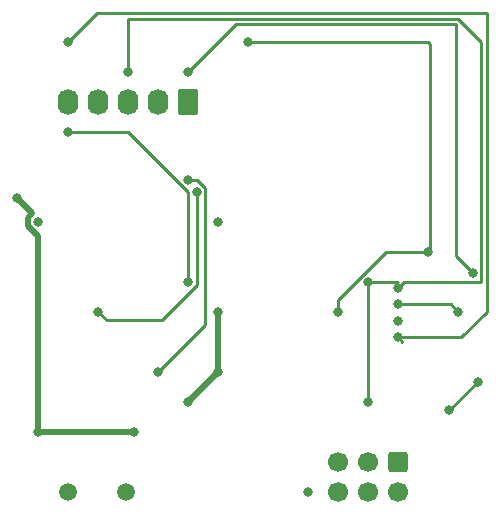
<source format=gbr>
G04 #@! TF.GenerationSoftware,KiCad,Pcbnew,7.0.10*
G04 #@! TF.CreationDate,2024-04-04T22:50:49-05:00*
G04 #@! TF.ProjectId,keychain,6b657963-6861-4696-9e2e-6b696361645f,rev?*
G04 #@! TF.SameCoordinates,Original*
G04 #@! TF.FileFunction,Copper,L2,Bot*
G04 #@! TF.FilePolarity,Positive*
%FSLAX46Y46*%
G04 Gerber Fmt 4.6, Leading zero omitted, Abs format (unit mm)*
G04 Created by KiCad (PCBNEW 7.0.10) date 2024-04-04 22:50:49*
%MOMM*%
%LPD*%
G01*
G04 APERTURE LIST*
G04 Aperture macros list*
%AMRoundRect*
0 Rectangle with rounded corners*
0 $1 Rounding radius*
0 $2 $3 $4 $5 $6 $7 $8 $9 X,Y pos of 4 corners*
0 Add a 4 corners polygon primitive as box body*
4,1,4,$2,$3,$4,$5,$6,$7,$8,$9,$2,$3,0*
0 Add four circle primitives for the rounded corners*
1,1,$1+$1,$2,$3*
1,1,$1+$1,$4,$5*
1,1,$1+$1,$6,$7*
1,1,$1+$1,$8,$9*
0 Add four rect primitives between the rounded corners*
20,1,$1+$1,$2,$3,$4,$5,0*
20,1,$1+$1,$4,$5,$6,$7,0*
20,1,$1+$1,$6,$7,$8,$9,0*
20,1,$1+$1,$8,$9,$2,$3,0*%
G04 Aperture macros list end*
G04 #@! TA.AperFunction,ComponentPad*
%ADD10RoundRect,0.250000X-0.600000X0.600000X-0.600000X-0.600000X0.600000X-0.600000X0.600000X0.600000X0*%
G04 #@! TD*
G04 #@! TA.AperFunction,ComponentPad*
%ADD11C,1.700000*%
G04 #@! TD*
G04 #@! TA.AperFunction,ComponentPad*
%ADD12C,1.500000*%
G04 #@! TD*
G04 #@! TA.AperFunction,ComponentPad*
%ADD13RoundRect,0.250000X0.620000X0.845000X-0.620000X0.845000X-0.620000X-0.845000X0.620000X-0.845000X0*%
G04 #@! TD*
G04 #@! TA.AperFunction,ComponentPad*
%ADD14O,1.740000X2.190000*%
G04 #@! TD*
G04 #@! TA.AperFunction,ViaPad*
%ADD15C,0.800000*%
G04 #@! TD*
G04 #@! TA.AperFunction,Conductor*
%ADD16C,0.254000*%
G04 #@! TD*
G04 #@! TA.AperFunction,Conductor*
%ADD17C,0.508000*%
G04 #@! TD*
G04 APERTURE END LIST*
D10*
G04 #@! TO.P,J3,1,MISO*
G04 #@! TO.N,/MISO*
X154940000Y-88900000D03*
D11*
G04 #@! TO.P,J3,2,VCC*
G04 #@! TO.N,Net-(D1-A)*
X154940000Y-91440000D03*
G04 #@! TO.P,J3,3,SCK*
G04 #@! TO.N,/SCK*
X152400000Y-88900000D03*
G04 #@! TO.P,J3,4,MOSI*
G04 #@! TO.N,/MOSI*
X152400000Y-91440000D03*
G04 #@! TO.P,J3,5,~{RST}*
G04 #@! TO.N,/RESET*
X149860000Y-88900000D03*
G04 #@! TO.P,J3,6,GND*
G04 #@! TO.N,GND*
X149860000Y-91440000D03*
G04 #@! TD*
D12*
G04 #@! TO.P,Y1,1,1*
G04 #@! TO.N,Net-(U1-XTAL2{slash}PB7)*
X131880000Y-91440000D03*
G04 #@! TO.P,Y1,2,2*
G04 #@! TO.N,Net-(U1-XTAL1{slash}PB6)*
X127000000Y-91440000D03*
G04 #@! TD*
D13*
G04 #@! TO.P,J1,1,Pin_1*
G04 #@! TO.N,/MOSI*
X137160000Y-58420000D03*
D14*
G04 #@! TO.P,J1,2,Pin_2*
G04 #@! TO.N,/MISO*
X134620000Y-58420000D03*
G04 #@! TO.P,J1,3,Pin_3*
G04 #@! TO.N,/SCK*
X132080000Y-58420000D03*
G04 #@! TO.P,J1,4,Pin_4*
G04 #@! TO.N,/RESET*
X129540000Y-58420000D03*
G04 #@! TO.P,J1,5,Pin_5*
G04 #@! TO.N,/Csn*
X127000000Y-58420000D03*
G04 #@! TD*
D15*
G04 #@! TO.N,Net-(U1-XTAL2{slash}PB7)*
X137161218Y-65013084D03*
X134620000Y-81280000D03*
G04 #@! TO.N,GND*
X124460000Y-68580000D03*
X139700000Y-68580000D03*
X147320000Y-91440000D03*
G04 #@! TO.N,+3.3V*
X139700000Y-76200000D03*
X124460000Y-86360000D03*
X122647000Y-66580000D03*
X132607000Y-86360000D03*
X139700000Y-81280000D03*
X137160000Y-83820000D03*
G04 #@! TO.N,Net-(U1-XTAL1{slash}PB6)*
X137887000Y-66040000D03*
X129540000Y-76200000D03*
X129540000Y-76200000D03*
G04 #@! TO.N,/Csn*
X154940000Y-78378800D03*
X127000000Y-53340000D03*
G04 #@! TO.N,/MOSI*
X142240000Y-53340000D03*
X157480000Y-71120000D03*
X149860000Y-76200000D03*
X154940000Y-76978800D03*
G04 #@! TO.N,/MISO*
X161252000Y-72933000D03*
X154940000Y-75580000D03*
X159293000Y-84547000D03*
X137160000Y-55880000D03*
X161706000Y-82134000D03*
X160020000Y-76200000D03*
X154940000Y-75580000D03*
G04 #@! TO.N,/SCK*
X132080000Y-55880000D03*
X154940000Y-74180000D03*
X152400000Y-83820000D03*
X152400000Y-73660000D03*
G04 #@! TO.N,/RESET*
X137160000Y-73660000D03*
X127000000Y-60960000D03*
G04 #@! TD*
D16*
G04 #@! TO.N,Net-(U1-XTAL2{slash}PB7)*
X137888218Y-65013084D02*
X138614000Y-65738866D01*
X137161218Y-65013084D02*
X137888218Y-65013084D01*
X138614000Y-65738866D02*
X138614000Y-77286000D01*
X138614000Y-77286000D02*
X134620000Y-81280000D01*
D17*
G04 #@! TO.N,+3.3V*
X139700000Y-81280000D02*
X139700000Y-76200000D01*
X137160000Y-83820000D02*
X139700000Y-81280000D01*
X132607000Y-86360000D02*
X124460000Y-86360000D01*
X124460000Y-69787739D02*
X123606000Y-68933739D01*
X124460000Y-86360000D02*
X124460000Y-69787739D01*
X123606000Y-68933739D02*
X123606000Y-68226261D01*
X123606000Y-68226261D02*
X123949631Y-67882631D01*
X123949631Y-67882631D02*
X122647000Y-66580000D01*
D16*
G04 #@! TO.N,Net-(U1-XTAL1{slash}PB6)*
X137887000Y-66040000D02*
X137887000Y-73961134D01*
X134921134Y-76927000D02*
X130267000Y-76927000D01*
X137887000Y-73961134D02*
X134921134Y-76927000D01*
X130267000Y-76927000D02*
X129540000Y-76200000D01*
G04 #@! TO.N,/Csn*
X162433000Y-76200000D02*
X160254200Y-78378800D01*
X129413000Y-50927000D02*
X162433000Y-50927000D01*
X160254200Y-78378800D02*
X154940000Y-78378800D01*
X127000000Y-53340000D02*
X129413000Y-50927000D01*
X162433000Y-50927000D02*
X162433000Y-76200000D01*
X154940000Y-78378800D02*
X155301200Y-78740000D01*
G04 #@! TO.N,/MOSI*
X157657000Y-70943000D02*
X157480000Y-71120000D01*
X153911866Y-71120000D02*
X149860000Y-75171866D01*
X157480000Y-71120000D02*
X153911866Y-71120000D01*
X157657000Y-53517000D02*
X157657000Y-70943000D01*
X157480000Y-53340000D02*
X157657000Y-53517000D01*
X142240000Y-53340000D02*
X157480000Y-53340000D01*
X149860000Y-75171866D02*
X149860000Y-76200000D01*
G04 #@! TO.N,/MISO*
X160020000Y-76200000D02*
X159400000Y-75580000D01*
X159400000Y-75580000D02*
X154940000Y-75580000D01*
X137160000Y-55880000D02*
X141205000Y-51835000D01*
X159831948Y-51835000D02*
X159831948Y-71512948D01*
X142240000Y-51835000D02*
X159831948Y-51835000D01*
X161706000Y-82134000D02*
X159293000Y-84547000D01*
X141205000Y-51835000D02*
X142240000Y-51835000D01*
X159831948Y-71512948D02*
X161252000Y-72933000D01*
G04 #@! TO.N,/SCK*
X161979000Y-53340000D02*
X161979000Y-73660000D01*
X160020000Y-51381000D02*
X161979000Y-53340000D01*
X161979000Y-73660000D02*
X155460000Y-73660000D01*
X155460000Y-73660000D02*
X154940000Y-74180000D01*
X132080000Y-55880000D02*
X132080000Y-51381000D01*
X152400000Y-83820000D02*
X152400000Y-73660000D01*
X154940000Y-73660000D02*
X152400000Y-73660000D01*
X132080000Y-51381000D02*
X160020000Y-51381000D01*
G04 #@! TO.N,/RESET*
X137160000Y-66040000D02*
X137160000Y-73660000D01*
X132080000Y-60960000D02*
X127000000Y-60960000D01*
X132080000Y-60960000D02*
X137160000Y-66040000D01*
G04 #@! TD*
M02*

</source>
